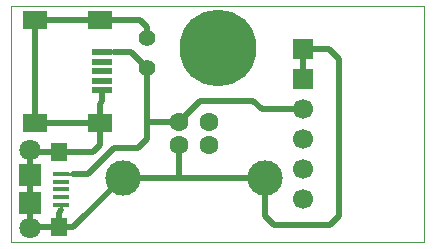
<source format=gtl>
G04 #@! TF.FileFunction,Copper,L1,Top,Signal*
%FSLAX46Y46*%
G04 Gerber Fmt 4.6, Leading zero omitted, Abs format (unit mm)*
G04 Created by KiCad (PCBNEW 0.201501310101+5397~21~ubuntu14.10.1-product) date Sunday 01 February 2015 07:02:42 PM IST*
%MOMM*%
G01*
G04 APERTURE LIST*
%ADD10C,0.100000*%
%ADD11R,1.800000X0.600000*%
%ADD12R,2.000000X1.600000*%
%ADD13C,6.500000*%
%ADD14R,1.350000X0.400000*%
%ADD15R,1.400000X1.600000*%
%ADD16R,1.900000X1.900000*%
%ADD17C,1.800000*%
%ADD18C,1.397000*%
%ADD19R,1.700000X1.700000*%
%ADD20C,1.700000*%
%ADD21C,1.600000*%
%ADD22C,3.000000*%
%ADD23C,0.500000*%
%ADD24C,0.254000*%
G04 APERTURE END LIST*
D10*
X29500000Y-44500000D02*
X29500000Y-24500000D01*
X64500000Y-44500000D02*
X29500000Y-44500000D01*
X64500000Y-24500000D02*
X64500000Y-44500000D01*
X29500000Y-24500000D02*
X64500000Y-24500000D01*
D11*
X37200000Y-28400000D03*
X37200000Y-29200000D03*
X37200000Y-30000000D03*
X37200000Y-30800000D03*
X37200000Y-31600000D03*
D12*
X37000000Y-25650000D03*
X31500000Y-25650000D03*
X37000000Y-34350000D03*
X31500000Y-34350000D03*
D13*
X47000000Y-28000000D03*
D14*
X33750000Y-40000000D03*
X33750000Y-40650000D03*
X33750000Y-41300000D03*
X33750000Y-39350000D03*
X33750000Y-38700000D03*
D15*
X33525000Y-36800000D03*
X33525000Y-43200000D03*
D16*
X31075000Y-38800000D03*
X31075000Y-41200000D03*
D17*
X31075000Y-36700000D03*
X31075000Y-43300000D03*
D18*
X41000000Y-29770000D03*
X41000000Y-27230000D03*
D19*
X54250000Y-28150000D03*
X54250000Y-30690000D03*
D20*
X54250000Y-33230000D03*
X54250000Y-35770000D03*
X54250000Y-38310000D03*
X54250000Y-40850000D03*
D21*
X43750000Y-34290000D03*
X46250000Y-34290000D03*
X46250000Y-36290000D03*
X43750000Y-36290000D03*
D22*
X38980000Y-39000000D03*
X51020000Y-39000000D03*
D23*
X50730000Y-33230000D02*
X50000000Y-32500000D01*
X50000000Y-32500000D02*
X45540000Y-32500000D01*
X45540000Y-32500000D02*
X43750000Y-34290000D01*
X54250000Y-33230000D02*
X50730000Y-33230000D01*
X39630000Y-28400000D02*
X41000000Y-29770000D01*
D24*
X37200000Y-28400000D02*
X38250000Y-28400000D01*
D23*
X38250000Y-28400000D02*
X39630000Y-28400000D01*
X38250000Y-36500000D02*
X36050000Y-38700000D01*
X40250000Y-36500000D02*
X38250000Y-36500000D01*
D24*
X34750000Y-38700000D02*
X33750000Y-38700000D01*
D23*
X34750000Y-38700000D02*
X36050000Y-38700000D01*
X41000000Y-35750000D02*
X40250000Y-36500000D01*
X41000000Y-34290000D02*
X41000000Y-35750000D01*
X41000000Y-29770000D02*
X41000000Y-34290000D01*
X43750000Y-34290000D02*
X41000000Y-34290000D01*
X31175000Y-36800000D02*
X31075000Y-36700000D01*
X33525000Y-36800000D02*
X31175000Y-36800000D01*
X31175000Y-43200000D02*
X31075000Y-43300000D01*
X33525000Y-43200000D02*
X31175000Y-43200000D01*
X31075000Y-43300000D02*
X31075000Y-41200000D01*
X31075000Y-41200000D02*
X31075000Y-38800000D01*
X31075000Y-38800000D02*
X31075000Y-36700000D01*
X37000000Y-25650000D02*
X31500000Y-25650000D01*
X31500000Y-25650000D02*
X31500000Y-34350000D01*
X31500000Y-34350000D02*
X37000000Y-34350000D01*
X36450000Y-36800000D02*
X37000000Y-36250000D01*
X37000000Y-36250000D02*
X37000000Y-34350000D01*
X33525000Y-36800000D02*
X36450000Y-36800000D01*
X33750000Y-41750000D02*
X33525000Y-41975000D01*
X33525000Y-41975000D02*
X33525000Y-43200000D01*
D24*
X33750000Y-41300000D02*
X33750000Y-41750000D01*
D23*
X40400000Y-25650000D02*
X41000000Y-26250000D01*
X41000000Y-26250000D02*
X41000000Y-27230000D01*
X37000000Y-25650000D02*
X40400000Y-25650000D01*
X34780000Y-43200000D02*
X38980000Y-39000000D01*
X33525000Y-43200000D02*
X34780000Y-43200000D01*
X37000000Y-32750000D02*
X37200000Y-32550000D01*
X37000000Y-32750000D02*
X37000000Y-34350000D01*
X37200000Y-31950000D02*
X37200000Y-32550000D01*
D24*
X37200000Y-31600000D02*
X37200000Y-31950000D01*
D23*
X54250000Y-30690000D02*
X54250000Y-28150000D01*
X56400000Y-28150000D02*
X57250000Y-29000000D01*
X57250000Y-29000000D02*
X57250000Y-42250000D01*
X57250000Y-42250000D02*
X56500000Y-43000000D01*
X56500000Y-43000000D02*
X51750000Y-43000000D01*
X51750000Y-43000000D02*
X51020000Y-42270000D01*
X51020000Y-42270000D02*
X51020000Y-39000000D01*
X54250000Y-28150000D02*
X56400000Y-28150000D01*
X43750000Y-39000000D02*
X38980000Y-39000000D01*
X51020000Y-39000000D02*
X43750000Y-39000000D01*
X43750000Y-36290000D02*
X43750000Y-39000000D01*
M02*

</source>
